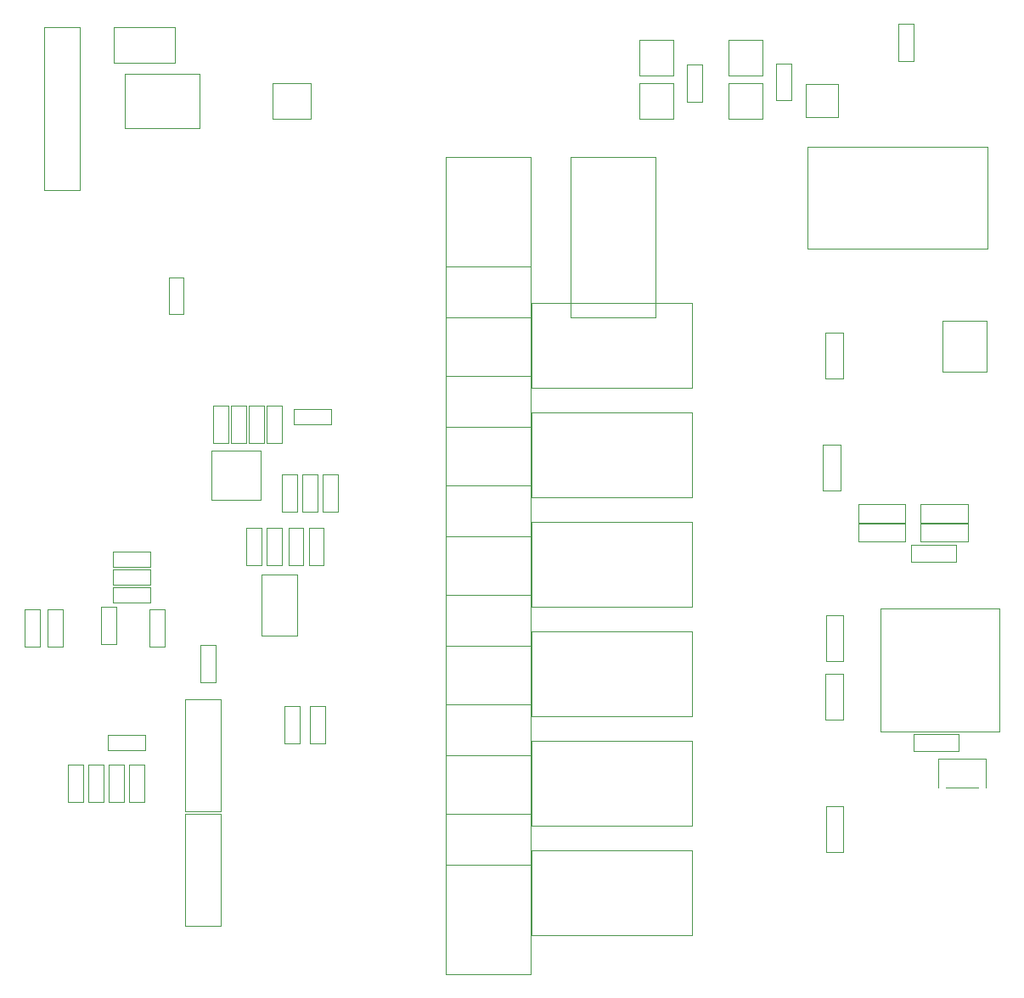
<source format=gbr>
G04 #@! TF.FileFunction,Other,User*
%FSLAX46Y46*%
G04 Gerber Fmt 4.6, Leading zero omitted, Abs format (unit mm)*
G04 Created by KiCad (PCBNEW 4.0.7) date 02/05/18 11:03:03*
%MOMM*%
%LPD*%
G01*
G04 APERTURE LIST*
%ADD10C,0.100000*%
%ADD11C,0.050000*%
G04 APERTURE END LIST*
D10*
D11*
X51436000Y-86306000D02*
X51436000Y-94806000D01*
X51436000Y-94806000D02*
X67386000Y-94806000D01*
X67386000Y-94806000D02*
X67386000Y-86306000D01*
X67386000Y-86306000D02*
X51436000Y-86306000D01*
X51436000Y-31696000D02*
X51436000Y-40196000D01*
X51436000Y-40196000D02*
X67386000Y-40196000D01*
X67386000Y-40196000D02*
X67386000Y-31696000D01*
X67386000Y-31696000D02*
X51436000Y-31696000D01*
X51436000Y-42618000D02*
X51436000Y-51118000D01*
X51436000Y-51118000D02*
X67386000Y-51118000D01*
X67386000Y-51118000D02*
X67386000Y-42618000D01*
X67386000Y-42618000D02*
X51436000Y-42618000D01*
X51436000Y-53540000D02*
X51436000Y-62040000D01*
X51436000Y-62040000D02*
X67386000Y-62040000D01*
X67386000Y-62040000D02*
X67386000Y-53540000D01*
X67386000Y-53540000D02*
X51436000Y-53540000D01*
X9684000Y-58310000D02*
X13384000Y-58310000D01*
X9684000Y-59810000D02*
X13384000Y-59810000D01*
X9684000Y-58310000D02*
X9684000Y-59810000D01*
X13384000Y-58310000D02*
X13384000Y-59810000D01*
X14824000Y-62290000D02*
X14824000Y-65990000D01*
X13324000Y-62290000D02*
X13324000Y-65990000D01*
X14824000Y-62290000D02*
X13324000Y-62290000D01*
X14824000Y-65990000D02*
X13324000Y-65990000D01*
X19904000Y-65846000D02*
X19904000Y-69546000D01*
X18404000Y-65846000D02*
X18404000Y-69546000D01*
X19904000Y-65846000D02*
X18404000Y-65846000D01*
X19904000Y-69546000D02*
X18404000Y-69546000D01*
X22952000Y-41970000D02*
X22952000Y-45670000D01*
X21452000Y-41970000D02*
X21452000Y-45670000D01*
X22952000Y-41970000D02*
X21452000Y-41970000D01*
X22952000Y-45670000D02*
X21452000Y-45670000D01*
X28032000Y-48828000D02*
X28032000Y-52528000D01*
X26532000Y-48828000D02*
X26532000Y-52528000D01*
X28032000Y-48828000D02*
X26532000Y-48828000D01*
X28032000Y-52528000D02*
X26532000Y-52528000D01*
X30596000Y-52528000D02*
X30596000Y-48828000D01*
X32096000Y-52528000D02*
X32096000Y-48828000D01*
X30596000Y-52528000D02*
X32096000Y-52528000D01*
X30596000Y-48828000D02*
X32096000Y-48828000D01*
X19674000Y-45670000D02*
X19674000Y-41970000D01*
X21174000Y-45670000D02*
X21174000Y-41970000D01*
X19674000Y-45670000D02*
X21174000Y-45670000D01*
X19674000Y-41970000D02*
X21174000Y-41970000D01*
X26508000Y-54162000D02*
X26508000Y-57862000D01*
X25008000Y-54162000D02*
X25008000Y-57862000D01*
X26508000Y-54162000D02*
X25008000Y-54162000D01*
X26508000Y-57862000D02*
X25008000Y-57862000D01*
X26508000Y-41970000D02*
X26508000Y-45670000D01*
X25008000Y-41970000D02*
X25008000Y-45670000D01*
X26508000Y-41970000D02*
X25008000Y-41970000D01*
X26508000Y-45670000D02*
X25008000Y-45670000D01*
X28667000Y-54162000D02*
X28667000Y-57862000D01*
X27167000Y-54162000D02*
X27167000Y-57862000D01*
X28667000Y-54162000D02*
X27167000Y-54162000D01*
X28667000Y-57862000D02*
X27167000Y-57862000D01*
X13384000Y-58032000D02*
X9684000Y-58032000D01*
X13384000Y-56532000D02*
X9684000Y-56532000D01*
X13384000Y-58032000D02*
X13384000Y-56532000D01*
X9684000Y-58032000D02*
X9684000Y-56532000D01*
X13384000Y-61588000D02*
X9684000Y-61588000D01*
X13384000Y-60088000D02*
X9684000Y-60088000D01*
X13384000Y-61588000D02*
X13384000Y-60088000D01*
X9684000Y-61588000D02*
X9684000Y-60088000D01*
X28564000Y-52528000D02*
X28564000Y-48828000D01*
X30064000Y-52528000D02*
X30064000Y-48828000D01*
X28564000Y-52528000D02*
X30064000Y-52528000D01*
X28564000Y-48828000D02*
X30064000Y-48828000D01*
X6696000Y-77784000D02*
X6696000Y-81484000D01*
X5196000Y-77784000D02*
X5196000Y-81484000D01*
X6696000Y-77784000D02*
X5196000Y-77784000D01*
X6696000Y-81484000D02*
X5196000Y-81484000D01*
X8728000Y-77784000D02*
X8728000Y-81484000D01*
X7228000Y-77784000D02*
X7228000Y-81484000D01*
X8728000Y-77784000D02*
X7228000Y-77784000D01*
X8728000Y-81484000D02*
X7228000Y-81484000D01*
X27718000Y-42308000D02*
X31418000Y-42308000D01*
X27718000Y-43808000D02*
X31418000Y-43808000D01*
X27718000Y-42308000D02*
X27718000Y-43808000D01*
X31418000Y-42308000D02*
X31418000Y-43808000D01*
X30826000Y-71942000D02*
X30826000Y-75642000D01*
X29326000Y-71942000D02*
X29326000Y-75642000D01*
X30826000Y-71942000D02*
X29326000Y-71942000D01*
X30826000Y-75642000D02*
X29326000Y-75642000D01*
X26786000Y-75642000D02*
X26786000Y-71942000D01*
X28286000Y-75642000D02*
X28286000Y-71942000D01*
X26786000Y-75642000D02*
X28286000Y-75642000D01*
X26786000Y-71942000D02*
X28286000Y-71942000D01*
X9260000Y-81484000D02*
X9260000Y-77784000D01*
X10760000Y-81484000D02*
X10760000Y-77784000D01*
X9260000Y-81484000D02*
X10760000Y-81484000D01*
X9260000Y-77784000D02*
X10760000Y-77784000D01*
X12876000Y-76320000D02*
X9176000Y-76320000D01*
X12876000Y-74820000D02*
X9176000Y-74820000D01*
X12876000Y-76320000D02*
X12876000Y-74820000D01*
X9176000Y-76320000D02*
X9176000Y-74820000D01*
X24466000Y-58784000D02*
X24466000Y-64934000D01*
X24466000Y-64934000D02*
X28066000Y-64934000D01*
X28066000Y-64934000D02*
X28066000Y-58784000D01*
X28066000Y-58784000D02*
X24466000Y-58784000D01*
X16846000Y-82660000D02*
X16846000Y-93860000D01*
X16846000Y-93860000D02*
X20446000Y-93860000D01*
X20446000Y-93860000D02*
X20446000Y-82660000D01*
X20446000Y-82660000D02*
X16846000Y-82660000D01*
X16846000Y-71230000D02*
X16846000Y-82430000D01*
X16846000Y-82430000D02*
X20446000Y-82430000D01*
X20446000Y-82430000D02*
X20446000Y-71230000D01*
X20446000Y-71230000D02*
X16846000Y-71230000D01*
X15874000Y-4174000D02*
X9724000Y-4174000D01*
X9724000Y-4174000D02*
X9724000Y-7774000D01*
X9724000Y-7774000D02*
X15874000Y-7774000D01*
X15874000Y-7774000D02*
X15874000Y-4174000D01*
X6392180Y-20471460D02*
X6392180Y-4171460D01*
X6392180Y-4171460D02*
X2792180Y-4171460D01*
X2792180Y-4171460D02*
X2792180Y-20471460D01*
X2792180Y-20471460D02*
X6392180Y-20471460D01*
X24730000Y-41970000D02*
X24730000Y-45670000D01*
X23230000Y-41970000D02*
X23230000Y-45670000D01*
X24730000Y-41970000D02*
X23230000Y-41970000D01*
X24730000Y-45670000D02*
X23230000Y-45670000D01*
X22976000Y-57862000D02*
X22976000Y-54162000D01*
X24476000Y-57862000D02*
X24476000Y-54162000D01*
X22976000Y-57862000D02*
X24476000Y-57862000D01*
X22976000Y-54162000D02*
X24476000Y-54162000D01*
X29199000Y-57862000D02*
X29199000Y-54162000D01*
X30699000Y-57862000D02*
X30699000Y-54162000D01*
X29199000Y-57862000D02*
X30699000Y-57862000D01*
X29199000Y-54162000D02*
X30699000Y-54162000D01*
X12792000Y-77784000D02*
X12792000Y-81484000D01*
X11292000Y-77784000D02*
X11292000Y-81484000D01*
X12792000Y-77784000D02*
X11292000Y-77784000D01*
X12792000Y-81484000D02*
X11292000Y-81484000D01*
X24398000Y-46450000D02*
X19498000Y-46450000D01*
X24398000Y-51350000D02*
X19498000Y-51350000D01*
X24398000Y-46450000D02*
X24398000Y-51350000D01*
X19498000Y-46450000D02*
X19498000Y-51350000D01*
X29436000Y-13362000D02*
X25636000Y-13362000D01*
X25636000Y-13362000D02*
X25636000Y-9762000D01*
X25636000Y-9762000D02*
X29436000Y-9762000D01*
X29436000Y-9762000D02*
X29436000Y-13362000D01*
X18312000Y-14262000D02*
X18312000Y-8862000D01*
X10852000Y-14262000D02*
X10852000Y-8862000D01*
X18312000Y-14262000D02*
X10852000Y-14262000D01*
X18312000Y-8862000D02*
X10852000Y-8862000D01*
X65558000Y-8994000D02*
X62158000Y-8994000D01*
X62158000Y-8994000D02*
X62158000Y-5494000D01*
X62158000Y-5494000D02*
X65558000Y-5494000D01*
X65558000Y-5494000D02*
X65558000Y-8994000D01*
X74448000Y-8994000D02*
X71048000Y-8994000D01*
X71048000Y-8994000D02*
X71048000Y-5494000D01*
X71048000Y-5494000D02*
X74448000Y-5494000D01*
X74448000Y-5494000D02*
X74448000Y-8994000D01*
X62158000Y-9812000D02*
X65558000Y-9812000D01*
X65558000Y-9812000D02*
X65558000Y-13312000D01*
X65558000Y-13312000D02*
X62158000Y-13312000D01*
X62158000Y-13312000D02*
X62158000Y-9812000D01*
X71048000Y-9812000D02*
X74448000Y-9812000D01*
X74448000Y-9812000D02*
X74448000Y-13312000D01*
X74448000Y-13312000D02*
X71048000Y-13312000D01*
X71048000Y-13312000D02*
X71048000Y-9812000D01*
X68418000Y-7934000D02*
X68418000Y-11634000D01*
X66918000Y-7934000D02*
X66918000Y-11634000D01*
X68418000Y-7934000D02*
X66918000Y-7934000D01*
X68418000Y-11634000D02*
X66918000Y-11634000D01*
X77308000Y-7807000D02*
X77308000Y-11507000D01*
X75808000Y-7807000D02*
X75808000Y-11507000D01*
X77308000Y-7807000D02*
X75808000Y-7807000D01*
X77308000Y-11507000D02*
X75808000Y-11507000D01*
X88000000Y-7570000D02*
X88000000Y-3870000D01*
X89500000Y-7570000D02*
X89500000Y-3870000D01*
X88000000Y-7570000D02*
X89500000Y-7570000D01*
X88000000Y-3870000D02*
X89500000Y-3870000D01*
X55290000Y-33128000D02*
X63790000Y-33128000D01*
X63790000Y-33128000D02*
X63790000Y-17178000D01*
X63790000Y-17178000D02*
X55290000Y-17178000D01*
X55290000Y-17178000D02*
X55290000Y-33128000D01*
X51436000Y-64462000D02*
X51436000Y-72962000D01*
X51436000Y-72962000D02*
X67386000Y-72962000D01*
X67386000Y-72962000D02*
X67386000Y-64462000D01*
X67386000Y-64462000D02*
X51436000Y-64462000D01*
X51436000Y-75384000D02*
X51436000Y-83884000D01*
X51436000Y-83884000D02*
X67386000Y-83884000D01*
X67386000Y-83884000D02*
X67386000Y-75384000D01*
X67386000Y-75384000D02*
X51436000Y-75384000D01*
X42844000Y-33128000D02*
X51344000Y-33128000D01*
X51344000Y-33128000D02*
X51344000Y-17178000D01*
X51344000Y-17178000D02*
X42844000Y-17178000D01*
X42844000Y-17178000D02*
X42844000Y-33128000D01*
X42844000Y-44050000D02*
X51344000Y-44050000D01*
X51344000Y-44050000D02*
X51344000Y-28100000D01*
X51344000Y-28100000D02*
X42844000Y-28100000D01*
X42844000Y-28100000D02*
X42844000Y-44050000D01*
X42844000Y-54972000D02*
X51344000Y-54972000D01*
X51344000Y-54972000D02*
X51344000Y-39022000D01*
X51344000Y-39022000D02*
X42844000Y-39022000D01*
X42844000Y-39022000D02*
X42844000Y-54972000D01*
X42844000Y-65894000D02*
X51344000Y-65894000D01*
X51344000Y-65894000D02*
X51344000Y-49944000D01*
X51344000Y-49944000D02*
X42844000Y-49944000D01*
X42844000Y-49944000D02*
X42844000Y-65894000D01*
X42844000Y-76816000D02*
X51344000Y-76816000D01*
X51344000Y-76816000D02*
X51344000Y-60866000D01*
X51344000Y-60866000D02*
X42844000Y-60866000D01*
X42844000Y-60866000D02*
X42844000Y-76816000D01*
X42844000Y-87738000D02*
X51344000Y-87738000D01*
X51344000Y-87738000D02*
X51344000Y-71788000D01*
X51344000Y-71788000D02*
X42844000Y-71788000D01*
X42844000Y-71788000D02*
X42844000Y-87738000D01*
X42844000Y-98660000D02*
X51344000Y-98660000D01*
X51344000Y-98660000D02*
X51344000Y-82710000D01*
X51344000Y-82710000D02*
X42844000Y-82710000D01*
X42844000Y-82710000D02*
X42844000Y-98660000D01*
X96738000Y-80018000D02*
X96738000Y-77218000D01*
X91938000Y-77218000D02*
X91938000Y-80018000D01*
X91938000Y-77218000D02*
X96738000Y-77218000D01*
X92738000Y-80018000D02*
X95938000Y-80018000D01*
X80758000Y-39212000D02*
X80758000Y-34712000D01*
X80758000Y-39212000D02*
X82508000Y-39212000D01*
X82508000Y-34712000D02*
X80758000Y-34712000D01*
X82508000Y-34712000D02*
X82508000Y-39212000D01*
X80504000Y-50388000D02*
X80504000Y-45888000D01*
X80504000Y-50388000D02*
X82254000Y-50388000D01*
X82254000Y-45888000D02*
X80504000Y-45888000D01*
X82254000Y-45888000D02*
X82254000Y-50388000D01*
X82518000Y-62906000D02*
X82518000Y-67406000D01*
X82518000Y-62906000D02*
X80768000Y-62906000D01*
X80768000Y-67406000D02*
X82518000Y-67406000D01*
X80768000Y-67406000D02*
X80768000Y-62906000D01*
X80758000Y-73248000D02*
X80758000Y-68748000D01*
X80758000Y-73248000D02*
X82508000Y-73248000D01*
X82508000Y-68748000D02*
X80758000Y-68748000D01*
X82508000Y-68748000D02*
X82508000Y-73248000D01*
X82518000Y-81956000D02*
X82518000Y-86456000D01*
X82518000Y-81956000D02*
X80768000Y-81956000D01*
X80768000Y-86456000D02*
X82518000Y-86456000D01*
X80768000Y-86456000D02*
X80768000Y-81956000D01*
X93790000Y-57570000D02*
X89290000Y-57570000D01*
X93790000Y-57570000D02*
X93790000Y-55820000D01*
X89290000Y-55820000D02*
X89290000Y-57570000D01*
X89290000Y-55820000D02*
X93790000Y-55820000D01*
X94048000Y-76450000D02*
X89548000Y-76450000D01*
X94048000Y-76450000D02*
X94048000Y-74700000D01*
X89548000Y-74700000D02*
X89548000Y-76450000D01*
X89548000Y-74700000D02*
X94048000Y-74700000D01*
X83987000Y-51810000D02*
X88687000Y-51810000D01*
X83987000Y-51810000D02*
X83987000Y-53610000D01*
X88687000Y-53610000D02*
X88687000Y-51810000D01*
X88687000Y-53610000D02*
X83987000Y-53610000D01*
X88687000Y-55515000D02*
X83987000Y-55515000D01*
X88687000Y-55515000D02*
X88687000Y-53715000D01*
X83987000Y-53715000D02*
X83987000Y-55515000D01*
X83987000Y-53715000D02*
X88687000Y-53715000D01*
X94910000Y-53610000D02*
X90210000Y-53610000D01*
X94910000Y-53610000D02*
X94910000Y-51810000D01*
X90210000Y-51810000D02*
X90210000Y-53610000D01*
X90210000Y-51810000D02*
X94910000Y-51810000D01*
X90210000Y-53715000D02*
X94910000Y-53715000D01*
X90210000Y-53715000D02*
X90210000Y-55515000D01*
X94910000Y-55515000D02*
X94910000Y-53715000D01*
X94910000Y-55515000D02*
X90210000Y-55515000D01*
X78768000Y-13212000D02*
X78768000Y-9912000D01*
X78768000Y-9912000D02*
X81968000Y-9912000D01*
X81968000Y-9912000D02*
X81968000Y-13212000D01*
X81968000Y-13212000D02*
X78768000Y-13212000D01*
X92392000Y-33496000D02*
X96792000Y-33496000D01*
X92392000Y-38546000D02*
X92392000Y-33496000D01*
X96792000Y-38546000D02*
X92392000Y-38546000D01*
X96792000Y-33496000D02*
X96792000Y-38546000D01*
X98110000Y-74500000D02*
X98110000Y-62200000D01*
X86210000Y-74500000D02*
X86210000Y-62200000D01*
X98110000Y-74500000D02*
X86210000Y-74500000D01*
X98110000Y-62200000D02*
X86210000Y-62200000D01*
X8498000Y-65736000D02*
X8498000Y-62036000D01*
X9998000Y-65736000D02*
X9998000Y-62036000D01*
X8498000Y-65736000D02*
X9998000Y-65736000D01*
X8498000Y-62036000D02*
X9998000Y-62036000D01*
X3164000Y-65990000D02*
X3164000Y-62290000D01*
X4664000Y-65990000D02*
X4664000Y-62290000D01*
X3164000Y-65990000D02*
X4664000Y-65990000D01*
X3164000Y-62290000D02*
X4664000Y-62290000D01*
X878000Y-65990000D02*
X878000Y-62290000D01*
X2378000Y-65990000D02*
X2378000Y-62290000D01*
X878000Y-65990000D02*
X2378000Y-65990000D01*
X878000Y-62290000D02*
X2378000Y-62290000D01*
X16729000Y-29143000D02*
X16729000Y-32843000D01*
X15229000Y-29143000D02*
X15229000Y-32843000D01*
X16729000Y-29143000D02*
X15229000Y-29143000D01*
X16729000Y-32843000D02*
X15229000Y-32843000D01*
X78970000Y-16130000D02*
X78970000Y-26330000D01*
X78970000Y-26330000D02*
X96870000Y-26330000D01*
X96870000Y-26330000D02*
X96870000Y-16130000D01*
X96870000Y-16130000D02*
X78970000Y-16130000D01*
M02*

</source>
